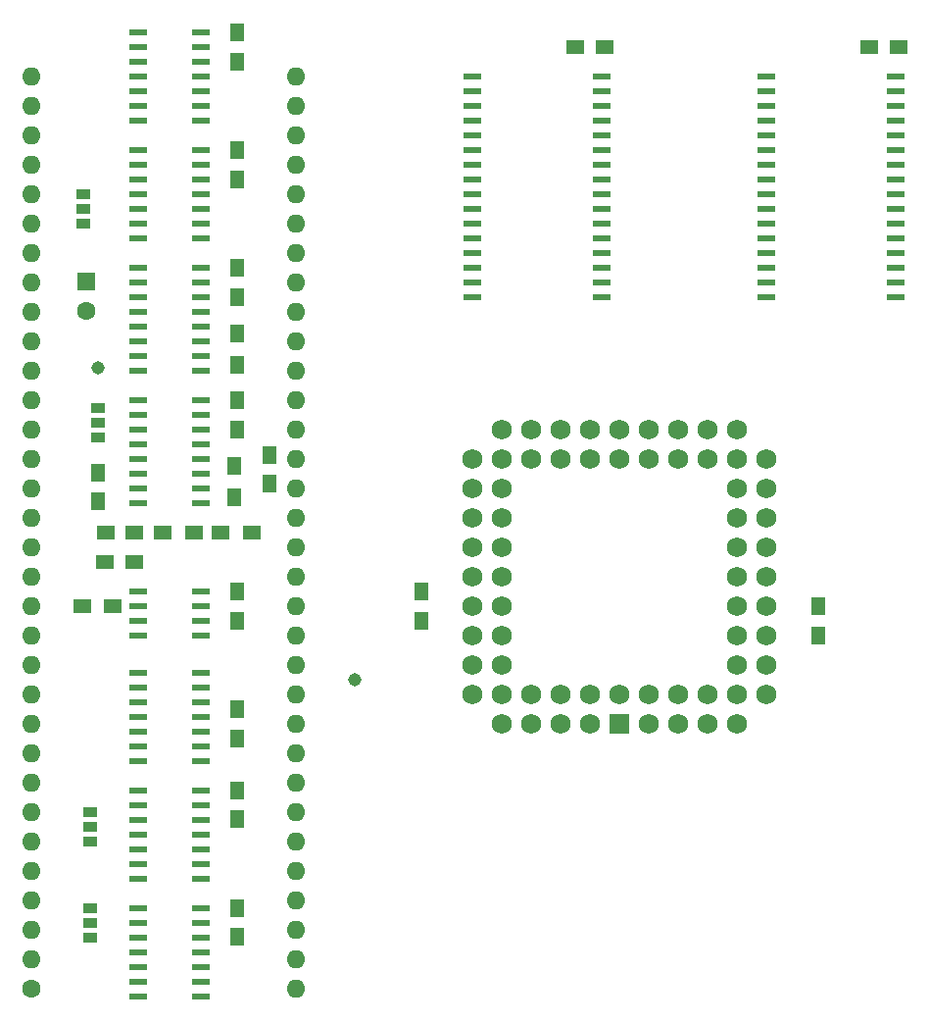
<source format=gts>
G04 #@! TF.FileFunction,Soldermask,Top*
%FSLAX46Y46*%
G04 Gerber Fmt 4.6, Leading zero omitted, Abs format (unit mm)*
G04 Created by KiCad (PCBNEW 4.0.7) date 07/03/21 20:26:29*
%MOMM*%
%LPD*%
G01*
G04 APERTURE LIST*
%ADD10C,0.100000*%
%ADD11R,1.500000X0.600000*%
%ADD12C,1.600000*%
%ADD13O,1.600000X1.600000*%
%ADD14R,1.600000X0.600000*%
%ADD15R,1.500000X1.250000*%
%ADD16R,1.250000X1.500000*%
%ADD17C,1.750000*%
%ADD18R,1.750000X1.750000*%
%ADD19R,1.550000X0.600000*%
%ADD20R,1.600000X1.600000*%
%ADD21C,1.143000*%
%ADD22R,1.270000X0.970000*%
%ADD23R,1.500000X1.300000*%
%ADD24R,1.300000X1.500000*%
G04 APERTURE END LIST*
D10*
D11*
X82865000Y-54610000D03*
X82865000Y-55880000D03*
X82865000Y-57150000D03*
X82865000Y-58420000D03*
X82865000Y-59690000D03*
X82865000Y-60960000D03*
X82865000Y-62230000D03*
X88265000Y-62230000D03*
X88265000Y-60960000D03*
X88265000Y-59690000D03*
X88265000Y-58420000D03*
X88265000Y-57150000D03*
X88265000Y-55880000D03*
X88265000Y-54610000D03*
D12*
X73660000Y-137160000D03*
D13*
X96520000Y-58420000D03*
X73660000Y-134620000D03*
X96520000Y-60960000D03*
X73660000Y-132080000D03*
X96520000Y-63500000D03*
X73660000Y-129540000D03*
X96520000Y-66040000D03*
X73660000Y-127000000D03*
X96520000Y-68580000D03*
X73660000Y-124460000D03*
X96520000Y-71120000D03*
X73660000Y-121920000D03*
X96520000Y-73660000D03*
X73660000Y-119380000D03*
X96520000Y-76200000D03*
X73660000Y-116840000D03*
X96520000Y-78740000D03*
X73660000Y-114300000D03*
X96520000Y-81280000D03*
X73660000Y-111760000D03*
X96520000Y-83820000D03*
X73660000Y-109220000D03*
X96520000Y-86360000D03*
X73660000Y-106680000D03*
X96520000Y-88900000D03*
X73660000Y-104140000D03*
X96520000Y-91440000D03*
X73660000Y-101600000D03*
X96520000Y-93980000D03*
X73660000Y-99060000D03*
X96520000Y-96520000D03*
X73660000Y-96520000D03*
X96520000Y-99060000D03*
X73660000Y-93980000D03*
X96520000Y-101600000D03*
X73660000Y-91440000D03*
X96520000Y-104140000D03*
X73660000Y-88900000D03*
X96520000Y-106680000D03*
X73660000Y-86360000D03*
X96520000Y-109220000D03*
X73660000Y-83820000D03*
X96520000Y-111760000D03*
X73660000Y-81280000D03*
X96520000Y-114300000D03*
X73660000Y-78740000D03*
X96520000Y-116840000D03*
X73660000Y-76200000D03*
X96520000Y-119380000D03*
X73660000Y-73660000D03*
X96520000Y-121920000D03*
X73660000Y-71120000D03*
X96520000Y-124460000D03*
X73660000Y-68580000D03*
X96520000Y-127000000D03*
X73660000Y-66040000D03*
X96520000Y-129540000D03*
X73660000Y-63500000D03*
X96520000Y-132080000D03*
X73660000Y-60960000D03*
X96520000Y-134620000D03*
X73660000Y-58420000D03*
X96520000Y-137160000D03*
D14*
X111760000Y-58420000D03*
X111760000Y-59690000D03*
X111760000Y-60960000D03*
X111760000Y-62230000D03*
X111760000Y-63500000D03*
X111760000Y-64770000D03*
X111760000Y-66040000D03*
X111760000Y-67320000D03*
X111760000Y-68570000D03*
X111760000Y-69850000D03*
X111760000Y-71120000D03*
X111760000Y-72390000D03*
X111760000Y-73660000D03*
X111760000Y-74930000D03*
X111760000Y-76200000D03*
X111760000Y-77470000D03*
X122960000Y-77470000D03*
X122960000Y-76200000D03*
X122960000Y-74930000D03*
X122960000Y-73660000D03*
X122960000Y-72390000D03*
X122960000Y-71120000D03*
X122960000Y-69850000D03*
X122960000Y-68570000D03*
X122960000Y-67320000D03*
X122960000Y-66040000D03*
X122960000Y-64770000D03*
X122960000Y-63500000D03*
X122960000Y-62230000D03*
X122960000Y-60960000D03*
X122960000Y-59690000D03*
X122960000Y-58420000D03*
D15*
X123170000Y-55880000D03*
X120670000Y-55880000D03*
D16*
X107315000Y-105390000D03*
X107315000Y-102890000D03*
X141605000Y-106660000D03*
X141605000Y-104160000D03*
D15*
X146070000Y-55880000D03*
X148570000Y-55880000D03*
D17*
X124460000Y-111760000D03*
X127000000Y-111760000D03*
X129540000Y-111760000D03*
X132080000Y-111760000D03*
X121920000Y-111760000D03*
X119380000Y-111760000D03*
X116840000Y-111760000D03*
X114300000Y-111760000D03*
X111760000Y-111760000D03*
D18*
X124460000Y-114300000D03*
D17*
X127000000Y-114300000D03*
X129540000Y-114300000D03*
X132080000Y-114300000D03*
X134620000Y-114300000D03*
X121920000Y-114300000D03*
X119380000Y-114300000D03*
X116840000Y-114300000D03*
X114300000Y-114300000D03*
X134620000Y-111760000D03*
X134620000Y-109220000D03*
X134620000Y-106680000D03*
X134620000Y-104140000D03*
X134620000Y-101600000D03*
X134620000Y-99060000D03*
X134620000Y-96520000D03*
X134620000Y-93980000D03*
X137160000Y-111760000D03*
X137160000Y-109220000D03*
X137160000Y-106680000D03*
X137160000Y-104140000D03*
X137160000Y-101600000D03*
X137160000Y-99060000D03*
X137160000Y-96520000D03*
X137160000Y-93980000D03*
X137160000Y-91440000D03*
X134620000Y-91440000D03*
X132080000Y-91440000D03*
X129540000Y-91440000D03*
X127000000Y-91440000D03*
X124460000Y-91440000D03*
X121920000Y-91440000D03*
X119380000Y-91440000D03*
X116840000Y-91440000D03*
X114300000Y-91440000D03*
X134620000Y-88900000D03*
X132080000Y-88900000D03*
X129540000Y-88900000D03*
X127000000Y-88900000D03*
X124460000Y-88900000D03*
X121920000Y-88900000D03*
X119380000Y-88900000D03*
X116840000Y-88900000D03*
X114300000Y-88900000D03*
X114300000Y-93980000D03*
X114300000Y-96520000D03*
X114300000Y-99060000D03*
X114300000Y-101600000D03*
X114300000Y-104140000D03*
X114300000Y-106680000D03*
X114300000Y-109220000D03*
X114300000Y-114300000D03*
X111760000Y-91440000D03*
X111760000Y-93980000D03*
X111760000Y-96520000D03*
X111760000Y-99060000D03*
X111760000Y-101600000D03*
X111760000Y-104140000D03*
X111760000Y-106680000D03*
X111760000Y-109220000D03*
X111760000Y-111760000D03*
D14*
X137160000Y-58420000D03*
X137160000Y-59690000D03*
X137160000Y-60960000D03*
X137160000Y-62230000D03*
X137160000Y-63500000D03*
X137160000Y-64770000D03*
X137160000Y-66040000D03*
X137160000Y-67320000D03*
X137160000Y-68570000D03*
X137160000Y-69850000D03*
X137160000Y-71120000D03*
X137160000Y-72390000D03*
X137160000Y-73660000D03*
X137160000Y-74930000D03*
X137160000Y-76200000D03*
X137160000Y-77470000D03*
X148360000Y-77470000D03*
X148360000Y-76200000D03*
X148360000Y-74930000D03*
X148360000Y-73660000D03*
X148360000Y-72390000D03*
X148360000Y-71120000D03*
X148360000Y-69850000D03*
X148360000Y-68570000D03*
X148360000Y-67320000D03*
X148360000Y-66040000D03*
X148360000Y-64770000D03*
X148360000Y-63500000D03*
X148360000Y-62230000D03*
X148360000Y-60960000D03*
X148360000Y-59690000D03*
X148360000Y-58420000D03*
D11*
X82865000Y-64770000D03*
X82865000Y-66040000D03*
X82865000Y-67310000D03*
X82865000Y-68580000D03*
X82865000Y-69850000D03*
X82865000Y-71120000D03*
X82865000Y-72390000D03*
X88265000Y-72390000D03*
X88265000Y-71120000D03*
X88265000Y-69850000D03*
X88265000Y-68580000D03*
X88265000Y-67310000D03*
X88265000Y-66040000D03*
X88265000Y-64770000D03*
X82865000Y-74930000D03*
X82865000Y-76200000D03*
X82865000Y-77470000D03*
X82865000Y-78740000D03*
X82865000Y-80010000D03*
X82865000Y-81280000D03*
X82865000Y-82550000D03*
X82865000Y-83820000D03*
X88265000Y-83820000D03*
X88265000Y-82550000D03*
X88265000Y-81280000D03*
X88265000Y-80010000D03*
X88265000Y-78740000D03*
X88265000Y-77470000D03*
X88265000Y-76200000D03*
X88265000Y-74930000D03*
X82865000Y-86360000D03*
X82865000Y-87630000D03*
X82865000Y-88900000D03*
X82865000Y-90170000D03*
X82865000Y-91440000D03*
X82865000Y-92710000D03*
X82865000Y-93980000D03*
X82865000Y-95250000D03*
X88265000Y-95250000D03*
X88265000Y-93980000D03*
X88265000Y-92710000D03*
X88265000Y-91440000D03*
X88265000Y-90170000D03*
X88265000Y-88900000D03*
X88265000Y-87630000D03*
X88265000Y-86360000D03*
D19*
X82865000Y-102870000D03*
X82865000Y-104140000D03*
X82865000Y-105410000D03*
X82865000Y-106680000D03*
X88265000Y-106680000D03*
X88265000Y-105410000D03*
X88265000Y-104140000D03*
X88265000Y-102870000D03*
D16*
X91440000Y-54630000D03*
X91440000Y-57130000D03*
X91440000Y-64790000D03*
X91440000Y-67290000D03*
X91440000Y-74950000D03*
X91440000Y-77450000D03*
X91440000Y-88880000D03*
X91440000Y-86380000D03*
X79375000Y-92603000D03*
X79375000Y-95103000D03*
D15*
X82550000Y-97790000D03*
X80050000Y-97790000D03*
X82530000Y-100330000D03*
X80030000Y-100330000D03*
D16*
X91440000Y-113050000D03*
X91440000Y-115550000D03*
X91440000Y-120035000D03*
X91440000Y-122535000D03*
X91440000Y-130195000D03*
X91440000Y-132695000D03*
X94234000Y-93579000D03*
X94234000Y-91079000D03*
D20*
X78359000Y-76113000D03*
D12*
X78359000Y-78613000D03*
D16*
X91440000Y-102870000D03*
X91440000Y-105370000D03*
D21*
X101600000Y-110490000D03*
X79375000Y-83566000D03*
D22*
X79375000Y-89535000D03*
X79375000Y-88265000D03*
X79375000Y-86995000D03*
X78105000Y-71120000D03*
X78105000Y-69850000D03*
X78105000Y-68580000D03*
X78740000Y-124460000D03*
X78740000Y-123190000D03*
X78740000Y-121920000D03*
X78740000Y-132715000D03*
X78740000Y-131445000D03*
X78740000Y-130175000D03*
D23*
X92710000Y-97790000D03*
X90010000Y-97790000D03*
X87710000Y-97790000D03*
X85010000Y-97790000D03*
D24*
X91186000Y-91995000D03*
X91186000Y-94695000D03*
X91440000Y-80565000D03*
X91440000Y-83265000D03*
D23*
X80725000Y-104140000D03*
X78025000Y-104140000D03*
D11*
X82865000Y-120015000D03*
X82865000Y-121285000D03*
X82865000Y-122555000D03*
X82865000Y-123825000D03*
X82865000Y-125095000D03*
X82865000Y-126365000D03*
X82865000Y-127635000D03*
X88265000Y-127635000D03*
X88265000Y-126365000D03*
X88265000Y-125095000D03*
X88265000Y-123825000D03*
X88265000Y-122555000D03*
X88265000Y-121285000D03*
X88265000Y-120015000D03*
X82865000Y-109855000D03*
X82865000Y-111125000D03*
X82865000Y-112395000D03*
X82865000Y-113665000D03*
X82865000Y-114935000D03*
X82865000Y-116205000D03*
X82865000Y-117475000D03*
X88265000Y-117475000D03*
X88265000Y-116205000D03*
X88265000Y-114935000D03*
X88265000Y-113665000D03*
X88265000Y-112395000D03*
X88265000Y-111125000D03*
X88265000Y-109855000D03*
X82865000Y-130175000D03*
X82865000Y-131445000D03*
X82865000Y-132715000D03*
X82865000Y-133985000D03*
X82865000Y-135255000D03*
X82865000Y-136525000D03*
X82865000Y-137795000D03*
X88265000Y-137795000D03*
X88265000Y-136525000D03*
X88265000Y-135255000D03*
X88265000Y-133985000D03*
X88265000Y-132715000D03*
X88265000Y-131445000D03*
X88265000Y-130175000D03*
M02*

</source>
